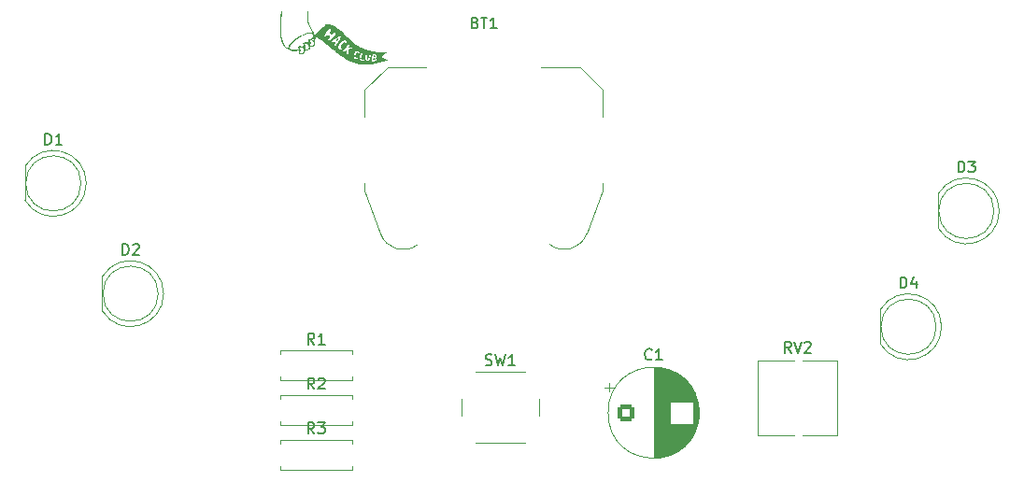
<source format=gto>
G04 #@! TF.GenerationSoftware,KiCad,Pcbnew,9.0.2*
G04 #@! TF.CreationDate,2025-06-29T23:08:07-05:00*
G04 #@! TF.ProjectId,project-solder,70726f6a-6563-4742-9d73-6f6c6465722e,rev?*
G04 #@! TF.SameCoordinates,Original*
G04 #@! TF.FileFunction,Legend,Top*
G04 #@! TF.FilePolarity,Positive*
%FSLAX46Y46*%
G04 Gerber Fmt 4.6, Leading zero omitted, Abs format (unit mm)*
G04 Created by KiCad (PCBNEW 9.0.2) date 2025-06-29 23:08:07*
%MOMM*%
%LPD*%
G01*
G04 APERTURE LIST*
G04 Aperture macros list*
%AMRoundRect*
0 Rectangle with rounded corners*
0 $1 Rounding radius*
0 $2 $3 $4 $5 $6 $7 $8 $9 X,Y pos of 4 corners*
0 Add a 4 corners polygon primitive as box body*
4,1,4,$2,$3,$4,$5,$6,$7,$8,$9,$2,$3,0*
0 Add four circle primitives for the rounded corners*
1,1,$1+$1,$2,$3*
1,1,$1+$1,$4,$5*
1,1,$1+$1,$6,$7*
1,1,$1+$1,$8,$9*
0 Add four rect primitives between the rounded corners*
20,1,$1+$1,$2,$3,$4,$5,0*
20,1,$1+$1,$4,$5,$6,$7,0*
20,1,$1+$1,$6,$7,$8,$9,0*
20,1,$1+$1,$8,$9,$2,$3,0*%
G04 Aperture macros list end*
%ADD10C,0.150000*%
%ADD11C,0.300000*%
%ADD12C,0.120000*%
%ADD13C,0.000000*%
%ADD14C,1.440000*%
%ADD15R,1.800000X1.800000*%
%ADD16C,1.800000*%
%ADD17RoundRect,0.250000X-0.550000X-0.550000X0.550000X-0.550000X0.550000X0.550000X-0.550000X0.550000X0*%
%ADD18C,1.600000*%
%ADD19R,1.270000X5.080000*%
%ADD20C,17.800000*%
%ADD21C,2.000000*%
G04 APERTURE END LIST*
D10*
X216844761Y-95364819D02*
X216511428Y-94888628D01*
X216273333Y-95364819D02*
X216273333Y-94364819D01*
X216273333Y-94364819D02*
X216654285Y-94364819D01*
X216654285Y-94364819D02*
X216749523Y-94412438D01*
X216749523Y-94412438D02*
X216797142Y-94460057D01*
X216797142Y-94460057D02*
X216844761Y-94555295D01*
X216844761Y-94555295D02*
X216844761Y-94698152D01*
X216844761Y-94698152D02*
X216797142Y-94793390D01*
X216797142Y-94793390D02*
X216749523Y-94841009D01*
X216749523Y-94841009D02*
X216654285Y-94888628D01*
X216654285Y-94888628D02*
X216273333Y-94888628D01*
X217130476Y-94364819D02*
X217463809Y-95364819D01*
X217463809Y-95364819D02*
X217797142Y-94364819D01*
X218082857Y-94460057D02*
X218130476Y-94412438D01*
X218130476Y-94412438D02*
X218225714Y-94364819D01*
X218225714Y-94364819D02*
X218463809Y-94364819D01*
X218463809Y-94364819D02*
X218559047Y-94412438D01*
X218559047Y-94412438D02*
X218606666Y-94460057D01*
X218606666Y-94460057D02*
X218654285Y-94555295D01*
X218654285Y-94555295D02*
X218654285Y-94650533D01*
X218654285Y-94650533D02*
X218606666Y-94793390D01*
X218606666Y-94793390D02*
X218035238Y-95364819D01*
X218035238Y-95364819D02*
X218654285Y-95364819D01*
X149256905Y-76494819D02*
X149256905Y-75494819D01*
X149256905Y-75494819D02*
X149495000Y-75494819D01*
X149495000Y-75494819D02*
X149637857Y-75542438D01*
X149637857Y-75542438D02*
X149733095Y-75637676D01*
X149733095Y-75637676D02*
X149780714Y-75732914D01*
X149780714Y-75732914D02*
X149828333Y-75923390D01*
X149828333Y-75923390D02*
X149828333Y-76066247D01*
X149828333Y-76066247D02*
X149780714Y-76256723D01*
X149780714Y-76256723D02*
X149733095Y-76351961D01*
X149733095Y-76351961D02*
X149637857Y-76447200D01*
X149637857Y-76447200D02*
X149495000Y-76494819D01*
X149495000Y-76494819D02*
X149256905Y-76494819D01*
X150780714Y-76494819D02*
X150209286Y-76494819D01*
X150495000Y-76494819D02*
X150495000Y-75494819D01*
X150495000Y-75494819D02*
X150399762Y-75637676D01*
X150399762Y-75637676D02*
X150304524Y-75732914D01*
X150304524Y-75732914D02*
X150209286Y-75780533D01*
X204228031Y-95901505D02*
X204180412Y-95949125D01*
X204180412Y-95949125D02*
X204037555Y-95996744D01*
X204037555Y-95996744D02*
X203942317Y-95996744D01*
X203942317Y-95996744D02*
X203799460Y-95949125D01*
X203799460Y-95949125D02*
X203704222Y-95853886D01*
X203704222Y-95853886D02*
X203656603Y-95758648D01*
X203656603Y-95758648D02*
X203608984Y-95568172D01*
X203608984Y-95568172D02*
X203608984Y-95425315D01*
X203608984Y-95425315D02*
X203656603Y-95234839D01*
X203656603Y-95234839D02*
X203704222Y-95139601D01*
X203704222Y-95139601D02*
X203799460Y-95044363D01*
X203799460Y-95044363D02*
X203942317Y-94996744D01*
X203942317Y-94996744D02*
X204037555Y-94996744D01*
X204037555Y-94996744D02*
X204180412Y-95044363D01*
X204180412Y-95044363D02*
X204228031Y-95091982D01*
X205180412Y-95996744D02*
X204608984Y-95996744D01*
X204894698Y-95996744D02*
X204894698Y-94996744D01*
X204894698Y-94996744D02*
X204799460Y-95139601D01*
X204799460Y-95139601D02*
X204704222Y-95234839D01*
X204704222Y-95234839D02*
X204608984Y-95282458D01*
X188214285Y-65431009D02*
X188357142Y-65478628D01*
X188357142Y-65478628D02*
X188404761Y-65526247D01*
X188404761Y-65526247D02*
X188452380Y-65621485D01*
X188452380Y-65621485D02*
X188452380Y-65764342D01*
X188452380Y-65764342D02*
X188404761Y-65859580D01*
X188404761Y-65859580D02*
X188357142Y-65907200D01*
X188357142Y-65907200D02*
X188261904Y-65954819D01*
X188261904Y-65954819D02*
X187880952Y-65954819D01*
X187880952Y-65954819D02*
X187880952Y-64954819D01*
X187880952Y-64954819D02*
X188214285Y-64954819D01*
X188214285Y-64954819D02*
X188309523Y-65002438D01*
X188309523Y-65002438D02*
X188357142Y-65050057D01*
X188357142Y-65050057D02*
X188404761Y-65145295D01*
X188404761Y-65145295D02*
X188404761Y-65240533D01*
X188404761Y-65240533D02*
X188357142Y-65335771D01*
X188357142Y-65335771D02*
X188309523Y-65383390D01*
X188309523Y-65383390D02*
X188214285Y-65431009D01*
X188214285Y-65431009D02*
X187880952Y-65431009D01*
X188738095Y-64954819D02*
X189309523Y-64954819D01*
X189023809Y-65954819D02*
X189023809Y-64954819D01*
X190166666Y-65954819D02*
X189595238Y-65954819D01*
X189880952Y-65954819D02*
X189880952Y-64954819D01*
X189880952Y-64954819D02*
X189785714Y-65097676D01*
X189785714Y-65097676D02*
X189690476Y-65192914D01*
X189690476Y-65192914D02*
X189595238Y-65240533D01*
X189166667Y-96449125D02*
X189309524Y-96496744D01*
X189309524Y-96496744D02*
X189547619Y-96496744D01*
X189547619Y-96496744D02*
X189642857Y-96449125D01*
X189642857Y-96449125D02*
X189690476Y-96401505D01*
X189690476Y-96401505D02*
X189738095Y-96306267D01*
X189738095Y-96306267D02*
X189738095Y-96211029D01*
X189738095Y-96211029D02*
X189690476Y-96115791D01*
X189690476Y-96115791D02*
X189642857Y-96068172D01*
X189642857Y-96068172D02*
X189547619Y-96020553D01*
X189547619Y-96020553D02*
X189357143Y-95972934D01*
X189357143Y-95972934D02*
X189261905Y-95925315D01*
X189261905Y-95925315D02*
X189214286Y-95877696D01*
X189214286Y-95877696D02*
X189166667Y-95782458D01*
X189166667Y-95782458D02*
X189166667Y-95687220D01*
X189166667Y-95687220D02*
X189214286Y-95591982D01*
X189214286Y-95591982D02*
X189261905Y-95544363D01*
X189261905Y-95544363D02*
X189357143Y-95496744D01*
X189357143Y-95496744D02*
X189595238Y-95496744D01*
X189595238Y-95496744D02*
X189738095Y-95544363D01*
X190071429Y-95496744D02*
X190309524Y-96496744D01*
X190309524Y-96496744D02*
X190500000Y-95782458D01*
X190500000Y-95782458D02*
X190690476Y-96496744D01*
X190690476Y-96496744D02*
X190928572Y-95496744D01*
X191833333Y-96496744D02*
X191261905Y-96496744D01*
X191547619Y-96496744D02*
X191547619Y-95496744D01*
X191547619Y-95496744D02*
X191452381Y-95639601D01*
X191452381Y-95639601D02*
X191357143Y-95734839D01*
X191357143Y-95734839D02*
X191261905Y-95782458D01*
X173643333Y-98634819D02*
X173310000Y-98158628D01*
X173071905Y-98634819D02*
X173071905Y-97634819D01*
X173071905Y-97634819D02*
X173452857Y-97634819D01*
X173452857Y-97634819D02*
X173548095Y-97682438D01*
X173548095Y-97682438D02*
X173595714Y-97730057D01*
X173595714Y-97730057D02*
X173643333Y-97825295D01*
X173643333Y-97825295D02*
X173643333Y-97968152D01*
X173643333Y-97968152D02*
X173595714Y-98063390D01*
X173595714Y-98063390D02*
X173548095Y-98111009D01*
X173548095Y-98111009D02*
X173452857Y-98158628D01*
X173452857Y-98158628D02*
X173071905Y-98158628D01*
X174024286Y-97730057D02*
X174071905Y-97682438D01*
X174071905Y-97682438D02*
X174167143Y-97634819D01*
X174167143Y-97634819D02*
X174405238Y-97634819D01*
X174405238Y-97634819D02*
X174500476Y-97682438D01*
X174500476Y-97682438D02*
X174548095Y-97730057D01*
X174548095Y-97730057D02*
X174595714Y-97825295D01*
X174595714Y-97825295D02*
X174595714Y-97920533D01*
X174595714Y-97920533D02*
X174548095Y-98063390D01*
X174548095Y-98063390D02*
X173976667Y-98634819D01*
X173976667Y-98634819D02*
X174595714Y-98634819D01*
X231991905Y-78994819D02*
X231991905Y-77994819D01*
X231991905Y-77994819D02*
X232230000Y-77994819D01*
X232230000Y-77994819D02*
X232372857Y-78042438D01*
X232372857Y-78042438D02*
X232468095Y-78137676D01*
X232468095Y-78137676D02*
X232515714Y-78232914D01*
X232515714Y-78232914D02*
X232563333Y-78423390D01*
X232563333Y-78423390D02*
X232563333Y-78566247D01*
X232563333Y-78566247D02*
X232515714Y-78756723D01*
X232515714Y-78756723D02*
X232468095Y-78851961D01*
X232468095Y-78851961D02*
X232372857Y-78947200D01*
X232372857Y-78947200D02*
X232230000Y-78994819D01*
X232230000Y-78994819D02*
X231991905Y-78994819D01*
X232896667Y-77994819D02*
X233515714Y-77994819D01*
X233515714Y-77994819D02*
X233182381Y-78375771D01*
X233182381Y-78375771D02*
X233325238Y-78375771D01*
X233325238Y-78375771D02*
X233420476Y-78423390D01*
X233420476Y-78423390D02*
X233468095Y-78471009D01*
X233468095Y-78471009D02*
X233515714Y-78566247D01*
X233515714Y-78566247D02*
X233515714Y-78804342D01*
X233515714Y-78804342D02*
X233468095Y-78899580D01*
X233468095Y-78899580D02*
X233420476Y-78947200D01*
X233420476Y-78947200D02*
X233325238Y-78994819D01*
X233325238Y-78994819D02*
X233039524Y-78994819D01*
X233039524Y-78994819D02*
X232944286Y-78947200D01*
X232944286Y-78947200D02*
X232896667Y-78899580D01*
X156256905Y-86494819D02*
X156256905Y-85494819D01*
X156256905Y-85494819D02*
X156495000Y-85494819D01*
X156495000Y-85494819D02*
X156637857Y-85542438D01*
X156637857Y-85542438D02*
X156733095Y-85637676D01*
X156733095Y-85637676D02*
X156780714Y-85732914D01*
X156780714Y-85732914D02*
X156828333Y-85923390D01*
X156828333Y-85923390D02*
X156828333Y-86066247D01*
X156828333Y-86066247D02*
X156780714Y-86256723D01*
X156780714Y-86256723D02*
X156733095Y-86351961D01*
X156733095Y-86351961D02*
X156637857Y-86447200D01*
X156637857Y-86447200D02*
X156495000Y-86494819D01*
X156495000Y-86494819D02*
X156256905Y-86494819D01*
X157209286Y-85590057D02*
X157256905Y-85542438D01*
X157256905Y-85542438D02*
X157352143Y-85494819D01*
X157352143Y-85494819D02*
X157590238Y-85494819D01*
X157590238Y-85494819D02*
X157685476Y-85542438D01*
X157685476Y-85542438D02*
X157733095Y-85590057D01*
X157733095Y-85590057D02*
X157780714Y-85685295D01*
X157780714Y-85685295D02*
X157780714Y-85780533D01*
X157780714Y-85780533D02*
X157733095Y-85923390D01*
X157733095Y-85923390D02*
X157161667Y-86494819D01*
X157161667Y-86494819D02*
X157780714Y-86494819D01*
D11*
D10*
X173643333Y-102684819D02*
X173310000Y-102208628D01*
X173071905Y-102684819D02*
X173071905Y-101684819D01*
X173071905Y-101684819D02*
X173452857Y-101684819D01*
X173452857Y-101684819D02*
X173548095Y-101732438D01*
X173548095Y-101732438D02*
X173595714Y-101780057D01*
X173595714Y-101780057D02*
X173643333Y-101875295D01*
X173643333Y-101875295D02*
X173643333Y-102018152D01*
X173643333Y-102018152D02*
X173595714Y-102113390D01*
X173595714Y-102113390D02*
X173548095Y-102161009D01*
X173548095Y-102161009D02*
X173452857Y-102208628D01*
X173452857Y-102208628D02*
X173071905Y-102208628D01*
X173976667Y-101684819D02*
X174595714Y-101684819D01*
X174595714Y-101684819D02*
X174262381Y-102065771D01*
X174262381Y-102065771D02*
X174405238Y-102065771D01*
X174405238Y-102065771D02*
X174500476Y-102113390D01*
X174500476Y-102113390D02*
X174548095Y-102161009D01*
X174548095Y-102161009D02*
X174595714Y-102256247D01*
X174595714Y-102256247D02*
X174595714Y-102494342D01*
X174595714Y-102494342D02*
X174548095Y-102589580D01*
X174548095Y-102589580D02*
X174500476Y-102637200D01*
X174500476Y-102637200D02*
X174405238Y-102684819D01*
X174405238Y-102684819D02*
X174119524Y-102684819D01*
X174119524Y-102684819D02*
X174024286Y-102637200D01*
X174024286Y-102637200D02*
X173976667Y-102589580D01*
X173643333Y-94584819D02*
X173310000Y-94108628D01*
X173071905Y-94584819D02*
X173071905Y-93584819D01*
X173071905Y-93584819D02*
X173452857Y-93584819D01*
X173452857Y-93584819D02*
X173548095Y-93632438D01*
X173548095Y-93632438D02*
X173595714Y-93680057D01*
X173595714Y-93680057D02*
X173643333Y-93775295D01*
X173643333Y-93775295D02*
X173643333Y-93918152D01*
X173643333Y-93918152D02*
X173595714Y-94013390D01*
X173595714Y-94013390D02*
X173548095Y-94061009D01*
X173548095Y-94061009D02*
X173452857Y-94108628D01*
X173452857Y-94108628D02*
X173071905Y-94108628D01*
X174595714Y-94584819D02*
X174024286Y-94584819D01*
X174310000Y-94584819D02*
X174310000Y-93584819D01*
X174310000Y-93584819D02*
X174214762Y-93727676D01*
X174214762Y-93727676D02*
X174119524Y-93822914D01*
X174119524Y-93822914D02*
X174024286Y-93870533D01*
X226756905Y-89494819D02*
X226756905Y-88494819D01*
X226756905Y-88494819D02*
X226995000Y-88494819D01*
X226995000Y-88494819D02*
X227137857Y-88542438D01*
X227137857Y-88542438D02*
X227233095Y-88637676D01*
X227233095Y-88637676D02*
X227280714Y-88732914D01*
X227280714Y-88732914D02*
X227328333Y-88923390D01*
X227328333Y-88923390D02*
X227328333Y-89066247D01*
X227328333Y-89066247D02*
X227280714Y-89256723D01*
X227280714Y-89256723D02*
X227233095Y-89351961D01*
X227233095Y-89351961D02*
X227137857Y-89447200D01*
X227137857Y-89447200D02*
X226995000Y-89494819D01*
X226995000Y-89494819D02*
X226756905Y-89494819D01*
X228185476Y-88828152D02*
X228185476Y-89494819D01*
X227947381Y-88447200D02*
X227709286Y-89161485D01*
X227709286Y-89161485D02*
X228328333Y-89161485D01*
D12*
G04 #@! TO.C,RV2*
X213830000Y-96050000D02*
X213830000Y-102870000D01*
X213830000Y-96050000D02*
X217118000Y-96050000D01*
X213830000Y-102870000D02*
X217118000Y-102870000D01*
X217882000Y-96050000D02*
X221050000Y-96050000D01*
X217882000Y-102870000D02*
X221050000Y-102870000D01*
X221050000Y-96050000D02*
X221050000Y-102870000D01*
G04 #@! TO.C,D1*
X147435000Y-78455000D02*
X147435000Y-81545000D01*
X147435000Y-78455170D02*
G75*
G02*
X152985000Y-80000000I2560000J-1544830D01*
G01*
X152985000Y-80000000D02*
G75*
G02*
X147435000Y-81544830I-2990000J0D01*
G01*
X152495000Y-80000000D02*
G75*
G02*
X147495000Y-80000000I-2500000J0D01*
G01*
X147495000Y-80000000D02*
G75*
G02*
X152495000Y-80000000I2500000J0D01*
G01*
G04 #@! TO.C,C1*
X199985000Y-98476925D02*
X200785000Y-98476925D01*
X200385000Y-98076925D02*
X200385000Y-98876925D01*
X204394698Y-96711925D02*
X204394698Y-104871925D01*
X204434698Y-96711925D02*
X204434698Y-104871925D01*
X204474698Y-96712925D02*
X204474698Y-104870925D01*
X204514698Y-96713925D02*
X204514698Y-104869925D01*
X204554698Y-96714925D02*
X204554698Y-104868925D01*
X204594698Y-96716925D02*
X204594698Y-104866925D01*
X204634698Y-96718925D02*
X204634698Y-104864925D01*
X204674698Y-96721925D02*
X204674698Y-104861925D01*
X204714698Y-96723925D02*
X204714698Y-104859925D01*
X204754698Y-96727925D02*
X204754698Y-104855925D01*
X204794698Y-96730925D02*
X204794698Y-104852925D01*
X204834698Y-96735925D02*
X204834698Y-104847925D01*
X204874698Y-96739925D02*
X204874698Y-104843925D01*
X204914698Y-96744925D02*
X204914698Y-104838925D01*
X204954698Y-96749925D02*
X204954698Y-104833925D01*
X204994698Y-96755925D02*
X204994698Y-104827925D01*
X205034698Y-96761925D02*
X205034698Y-104821925D01*
X205074698Y-96768925D02*
X205074698Y-104814925D01*
X205114698Y-96774925D02*
X205114698Y-104808925D01*
X205154698Y-96782925D02*
X205154698Y-104800925D01*
X205194698Y-96789925D02*
X205194698Y-104793925D01*
X205234698Y-96798925D02*
X205234698Y-104784925D01*
X205274698Y-96806925D02*
X205274698Y-104776925D01*
X205314698Y-96815925D02*
X205314698Y-104767925D01*
X205354698Y-96824925D02*
X205354698Y-104758925D01*
X205394698Y-96834925D02*
X205394698Y-104748925D01*
X205434698Y-96844925D02*
X205434698Y-104738925D01*
X205474698Y-96855925D02*
X205474698Y-104727925D01*
X205514698Y-96866925D02*
X205514698Y-104716925D01*
X205554698Y-96878925D02*
X205554698Y-104704925D01*
X205594698Y-96890925D02*
X205594698Y-104692925D01*
X205634698Y-96902925D02*
X205634698Y-104680925D01*
X205674698Y-96915925D02*
X205674698Y-104667925D01*
X205714698Y-96928925D02*
X205714698Y-104654925D01*
X205754698Y-96942925D02*
X205754698Y-104640925D01*
X205794698Y-96956925D02*
X205794698Y-104626925D01*
X205834698Y-96971925D02*
X205834698Y-104611925D01*
X205874698Y-96986925D02*
X205874698Y-99751925D01*
X205874698Y-101831925D02*
X205874698Y-104596925D01*
X205914698Y-97002925D02*
X205914698Y-99751925D01*
X205914698Y-101831925D02*
X205914698Y-104580925D01*
X205954698Y-97018925D02*
X205954698Y-99751925D01*
X205954698Y-101831925D02*
X205954698Y-104564925D01*
X205994698Y-97034925D02*
X205994698Y-99751925D01*
X205994698Y-101831925D02*
X205994698Y-104548925D01*
X206034698Y-97051925D02*
X206034698Y-99751925D01*
X206034698Y-101831925D02*
X206034698Y-104531925D01*
X206074698Y-97069925D02*
X206074698Y-99751925D01*
X206074698Y-101831925D02*
X206074698Y-104513925D01*
X206114698Y-97087925D02*
X206114698Y-99751925D01*
X206114698Y-101831925D02*
X206114698Y-104495925D01*
X206154698Y-97106925D02*
X206154698Y-99751925D01*
X206154698Y-101831925D02*
X206154698Y-104476925D01*
X206194698Y-97125925D02*
X206194698Y-99751925D01*
X206194698Y-101831925D02*
X206194698Y-104457925D01*
X206234698Y-97145925D02*
X206234698Y-99751925D01*
X206234698Y-101831925D02*
X206234698Y-104437925D01*
X206274698Y-97165925D02*
X206274698Y-99751925D01*
X206274698Y-101831925D02*
X206274698Y-104417925D01*
X206314698Y-97186925D02*
X206314698Y-99751925D01*
X206314698Y-101831925D02*
X206314698Y-104396925D01*
X206354698Y-97207925D02*
X206354698Y-99751925D01*
X206354698Y-101831925D02*
X206354698Y-104375925D01*
X206394698Y-97229925D02*
X206394698Y-99751925D01*
X206394698Y-101831925D02*
X206394698Y-104353925D01*
X206434698Y-97252925D02*
X206434698Y-99751925D01*
X206434698Y-101831925D02*
X206434698Y-104330925D01*
X206474698Y-97275925D02*
X206474698Y-99751925D01*
X206474698Y-101831925D02*
X206474698Y-104307925D01*
X206514698Y-97298925D02*
X206514698Y-99751925D01*
X206514698Y-101831925D02*
X206514698Y-104284925D01*
X206554698Y-97323925D02*
X206554698Y-99751925D01*
X206554698Y-101831925D02*
X206554698Y-104259925D01*
X206594698Y-97348925D02*
X206594698Y-99751925D01*
X206594698Y-101831925D02*
X206594698Y-104234925D01*
X206634698Y-97373925D02*
X206634698Y-99751925D01*
X206634698Y-101831925D02*
X206634698Y-104209925D01*
X206674698Y-97399925D02*
X206674698Y-99751925D01*
X206674698Y-101831925D02*
X206674698Y-104183925D01*
X206714698Y-97426925D02*
X206714698Y-99751925D01*
X206714698Y-101831925D02*
X206714698Y-104156925D01*
X206754698Y-97454925D02*
X206754698Y-99751925D01*
X206754698Y-101831925D02*
X206754698Y-104128925D01*
X206794698Y-97482925D02*
X206794698Y-99751925D01*
X206794698Y-101831925D02*
X206794698Y-104100925D01*
X206834698Y-97511925D02*
X206834698Y-99751925D01*
X206834698Y-101831925D02*
X206834698Y-104071925D01*
X206874698Y-97541925D02*
X206874698Y-99751925D01*
X206874698Y-101831925D02*
X206874698Y-104041925D01*
X206914698Y-97572925D02*
X206914698Y-99751925D01*
X206914698Y-101831925D02*
X206914698Y-104010925D01*
X206954698Y-97603925D02*
X206954698Y-99751925D01*
X206954698Y-101831925D02*
X206954698Y-103979925D01*
X206994698Y-97635925D02*
X206994698Y-99751925D01*
X206994698Y-101831925D02*
X206994698Y-103947925D01*
X207034698Y-97668925D02*
X207034698Y-99751925D01*
X207034698Y-101831925D02*
X207034698Y-103914925D01*
X207074698Y-97702925D02*
X207074698Y-99751925D01*
X207074698Y-101831925D02*
X207074698Y-103880925D01*
X207114698Y-97736925D02*
X207114698Y-99751925D01*
X207114698Y-101831925D02*
X207114698Y-103846925D01*
X207154698Y-97772925D02*
X207154698Y-99751925D01*
X207154698Y-101831925D02*
X207154698Y-103810925D01*
X207194698Y-97809925D02*
X207194698Y-99751925D01*
X207194698Y-101831925D02*
X207194698Y-103773925D01*
X207234698Y-97846925D02*
X207234698Y-99751925D01*
X207234698Y-101831925D02*
X207234698Y-103736925D01*
X207274698Y-97885925D02*
X207274698Y-99751925D01*
X207274698Y-101831925D02*
X207274698Y-103697925D01*
X207314698Y-97924925D02*
X207314698Y-99751925D01*
X207314698Y-101831925D02*
X207314698Y-103658925D01*
X207354698Y-97965925D02*
X207354698Y-99751925D01*
X207354698Y-101831925D02*
X207354698Y-103617925D01*
X207394698Y-98007925D02*
X207394698Y-99751925D01*
X207394698Y-101831925D02*
X207394698Y-103575925D01*
X207434698Y-98050925D02*
X207434698Y-99751925D01*
X207434698Y-101831925D02*
X207434698Y-103532925D01*
X207474698Y-98095925D02*
X207474698Y-99751925D01*
X207474698Y-101831925D02*
X207474698Y-103487925D01*
X207514698Y-98140925D02*
X207514698Y-99751925D01*
X207514698Y-101831925D02*
X207514698Y-103442925D01*
X207554698Y-98187925D02*
X207554698Y-99751925D01*
X207554698Y-101831925D02*
X207554698Y-103395925D01*
X207594698Y-98236925D02*
X207594698Y-99751925D01*
X207594698Y-101831925D02*
X207594698Y-103346925D01*
X207634698Y-98286925D02*
X207634698Y-99751925D01*
X207634698Y-101831925D02*
X207634698Y-103296925D01*
X207674698Y-98338925D02*
X207674698Y-99751925D01*
X207674698Y-101831925D02*
X207674698Y-103244925D01*
X207714698Y-98391925D02*
X207714698Y-99751925D01*
X207714698Y-101831925D02*
X207714698Y-103191925D01*
X207754698Y-98447925D02*
X207754698Y-99751925D01*
X207754698Y-101831925D02*
X207754698Y-103135925D01*
X207794698Y-98504925D02*
X207794698Y-99751925D01*
X207794698Y-101831925D02*
X207794698Y-103078925D01*
X207834698Y-98564925D02*
X207834698Y-99751925D01*
X207834698Y-101831925D02*
X207834698Y-103018925D01*
X207874698Y-98626925D02*
X207874698Y-99751925D01*
X207874698Y-101831925D02*
X207874698Y-102956925D01*
X207914698Y-98690925D02*
X207914698Y-99751925D01*
X207914698Y-101831925D02*
X207914698Y-102892925D01*
X207954698Y-98757925D02*
X207954698Y-102825925D01*
X207994698Y-98827925D02*
X207994698Y-102755925D01*
X208034698Y-98901925D02*
X208034698Y-102681925D01*
X208074698Y-98978925D02*
X208074698Y-102604925D01*
X208114698Y-99060925D02*
X208114698Y-102522925D01*
X208154698Y-99147925D02*
X208154698Y-102435925D01*
X208194698Y-99239925D02*
X208194698Y-102343925D01*
X208234698Y-99338925D02*
X208234698Y-102244925D01*
X208274698Y-99445925D02*
X208274698Y-102137925D01*
X208314698Y-99563925D02*
X208314698Y-102019925D01*
X208354698Y-99694925D02*
X208354698Y-101888925D01*
X208394698Y-99844925D02*
X208394698Y-101738925D01*
X208434698Y-100023925D02*
X208434698Y-101559925D01*
X208474698Y-100258925D02*
X208474698Y-101324925D01*
X208514698Y-100791925D02*
G75*
G02*
X200274698Y-100791925I-4120000J0D01*
G01*
X200274698Y-100791925D02*
G75*
G02*
X208514698Y-100791925I4120000J0D01*
G01*
G04 #@! TO.C,BT1*
X178220000Y-71540000D02*
X178220000Y-74000000D01*
X178220000Y-80000000D02*
X178220000Y-80630000D01*
X178220000Y-80630000D02*
X179660000Y-84580000D01*
X180300000Y-69460000D02*
X178220000Y-71540000D01*
X183800000Y-69460000D02*
X180300000Y-69460000D01*
X197700000Y-69460000D02*
X194200000Y-69460000D01*
X197700000Y-69460000D02*
X199780000Y-71540000D01*
X199780000Y-71540000D02*
X199780000Y-74000000D01*
X199780000Y-80000000D02*
X199780000Y-80630000D01*
X199780000Y-80630000D02*
X198340000Y-84580000D01*
X182996646Y-85566530D02*
G75*
G02*
X179660000Y-84580000I-1306646J1716531D01*
G01*
X198325243Y-84588169D02*
G75*
G02*
X195000000Y-85550000I-2015243J738169D01*
G01*
G04 #@! TO.C,SW1*
X187000000Y-99541925D02*
X187000000Y-101041925D01*
X188250000Y-103541925D02*
X192750000Y-103541925D01*
X192750000Y-97041925D02*
X188250000Y-97041925D01*
X194000000Y-101041925D02*
X194000000Y-99541925D01*
G04 #@! TO.C,R2*
X170540000Y-99180000D02*
X177080000Y-99180000D01*
X170540000Y-99510000D02*
X170540000Y-99180000D01*
X170540000Y-101590000D02*
X170540000Y-101920000D01*
X170540000Y-101920000D02*
X177080000Y-101920000D01*
X177080000Y-99180000D02*
X177080000Y-99510000D01*
X177080000Y-101920000D02*
X177080000Y-101590000D01*
G04 #@! TO.C,D3*
X230170000Y-80955000D02*
X230170000Y-84045000D01*
X230170000Y-80955170D02*
G75*
G02*
X235720000Y-82500000I2560000J-1544830D01*
G01*
X235720000Y-82500000D02*
G75*
G02*
X230170000Y-84044830I-2990000J0D01*
G01*
X235230000Y-82500000D02*
G75*
G02*
X230230000Y-82500000I-2500000J0D01*
G01*
X230230000Y-82500000D02*
G75*
G02*
X235230000Y-82500000I2500000J0D01*
G01*
G04 #@! TO.C,D2*
X154435000Y-88455000D02*
X154435000Y-91545000D01*
X154435000Y-88455170D02*
G75*
G02*
X159985000Y-90000000I2560000J-1544830D01*
G01*
X159985000Y-90000000D02*
G75*
G02*
X154435000Y-91544830I-2990000J0D01*
G01*
X159495000Y-90000000D02*
G75*
G02*
X154495000Y-90000000I-2500000J0D01*
G01*
X154495000Y-90000000D02*
G75*
G02*
X159495000Y-90000000I2500000J0D01*
G01*
D13*
G04 #@! TO.C,  *
G36*
X179086452Y-68672029D02*
G01*
X179145640Y-68702425D01*
X179166844Y-68744435D01*
X179153610Y-68787961D01*
X179109485Y-68822906D01*
X179038016Y-68839173D01*
X179027665Y-68839391D01*
X178971095Y-68836619D01*
X178949113Y-68820897D01*
X178949477Y-68781110D01*
X178951072Y-68769849D01*
X178973613Y-68698054D01*
X179017202Y-68666682D01*
X179086452Y-68672029D01*
G37*
G36*
X179064608Y-68403869D02*
G01*
X179079197Y-68406985D01*
X179136435Y-68425619D01*
X179170943Y-68448165D01*
X179171739Y-68449318D01*
X179171593Y-68485848D01*
X179140539Y-68524431D01*
X179092074Y-68552145D01*
X179057992Y-68558210D01*
X179020998Y-68551569D01*
X179005655Y-68522675D01*
X179003044Y-68474337D01*
X179005583Y-68419209D01*
X179021802Y-68399525D01*
X179064608Y-68403869D01*
G37*
G36*
X175861657Y-66843598D02*
G01*
X175862806Y-66852727D01*
X175850936Y-66893362D01*
X175822300Y-66952129D01*
X175786354Y-67012730D01*
X175752555Y-67058866D01*
X175734317Y-67074167D01*
X175700568Y-67067455D01*
X175649396Y-67041066D01*
X175643400Y-67037201D01*
X175575914Y-66992720D01*
X175666831Y-66935616D01*
X175757668Y-66879804D01*
X175816158Y-66847665D01*
X175848691Y-66836498D01*
X175861657Y-66843598D01*
G37*
G36*
X173064287Y-64437391D02*
G01*
X173076008Y-64451120D01*
X173084689Y-64481759D01*
X173091183Y-64535654D01*
X173096342Y-64619151D01*
X173101019Y-64738596D01*
X173104558Y-64850138D01*
X173112511Y-65047664D01*
X173124927Y-65209268D01*
X173144598Y-65345858D01*
X173174315Y-65468347D01*
X173216868Y-65587644D01*
X173275049Y-65714659D01*
X173351648Y-65860304D01*
X173372787Y-65898708D01*
X173459077Y-66057917D01*
X173526909Y-66191875D01*
X173583000Y-66314859D01*
X173634072Y-66441143D01*
X173657306Y-66503120D01*
X173667515Y-66509828D01*
X173690247Y-66500957D01*
X173728656Y-66473787D01*
X173785893Y-66425600D01*
X173865110Y-66353676D01*
X173969461Y-66255293D01*
X174102097Y-66127734D01*
X174180114Y-66052059D01*
X174323979Y-65912359D01*
X174438508Y-65801901D01*
X174527954Y-65717251D01*
X174596575Y-65654975D01*
X174648625Y-65611640D01*
X174688360Y-65583811D01*
X174720036Y-65568055D01*
X174747908Y-65560938D01*
X174776231Y-65559025D01*
X174791226Y-65558948D01*
X174927561Y-65572184D01*
X175089941Y-65609558D01*
X175266563Y-65667573D01*
X175445625Y-65742729D01*
X175500000Y-65769069D01*
X175618511Y-65831291D01*
X175731522Y-65897348D01*
X175842986Y-65970631D01*
X175956859Y-66054536D01*
X176077095Y-66152455D01*
X176207649Y-66267782D01*
X176352476Y-66403910D01*
X176515530Y-66564233D01*
X176700766Y-66752144D01*
X176912139Y-66971037D01*
X176964483Y-67025720D01*
X177179512Y-67236312D01*
X177391102Y-67412115D01*
X177611729Y-67562417D01*
X177853872Y-67696507D01*
X177889030Y-67713942D01*
X178247031Y-67867829D01*
X178616113Y-67983209D01*
X179001471Y-68061126D01*
X179408295Y-68102627D01*
X179841777Y-68108759D01*
X179848009Y-68108600D01*
X179976877Y-68106334D01*
X180086639Y-68106491D01*
X180169967Y-68108887D01*
X180219535Y-68113339D01*
X180230032Y-68118149D01*
X180208121Y-68139439D01*
X180156671Y-68183884D01*
X180082824Y-68245467D01*
X179993716Y-68318170D01*
X179970795Y-68336651D01*
X179723800Y-68535347D01*
X179943357Y-68637843D01*
X180047259Y-68685893D01*
X180145880Y-68730710D01*
X180224736Y-68765749D01*
X180254933Y-68778687D01*
X180309526Y-68807518D01*
X180328304Y-68831623D01*
X180325228Y-68837770D01*
X180284389Y-68859865D01*
X180204092Y-68888992D01*
X180090938Y-68923556D01*
X179951530Y-68961962D01*
X179792473Y-69002617D01*
X179620369Y-69043926D01*
X179441822Y-69084294D01*
X179263434Y-69122128D01*
X179091809Y-69155833D01*
X178933551Y-69183814D01*
X178820642Y-69201056D01*
X178690047Y-69214890D01*
X178530486Y-69225185D01*
X178353806Y-69231808D01*
X178171855Y-69234624D01*
X177996479Y-69233497D01*
X177839526Y-69228291D01*
X177712843Y-69218874D01*
X177674816Y-69214120D01*
X177467886Y-69169042D01*
X177238653Y-69090580D01*
X176983647Y-68977507D01*
X176931075Y-68951548D01*
X176743080Y-68854892D01*
X176582747Y-68766985D01*
X177725053Y-68766985D01*
X177731345Y-68795446D01*
X177732143Y-68796313D01*
X177770603Y-68816838D01*
X177839839Y-68839967D01*
X177924237Y-68861642D01*
X178008188Y-68877799D01*
X178070250Y-68884261D01*
X178122950Y-68876664D01*
X178149983Y-68859268D01*
X178148138Y-68825543D01*
X178107496Y-68793205D01*
X178035960Y-68767498D01*
X178000847Y-68760311D01*
X177931798Y-68746786D01*
X177894544Y-68730160D01*
X178277884Y-68730160D01*
X178287149Y-68770504D01*
X178308514Y-68803072D01*
X178341783Y-68837823D01*
X178423092Y-68896551D01*
X178501991Y-68909093D01*
X178576386Y-68875431D01*
X178583821Y-68868103D01*
X178845022Y-68868103D01*
X178851540Y-68896935D01*
X178864780Y-68911619D01*
X178921422Y-68928435D01*
X179002792Y-68931775D01*
X179089000Y-68922486D01*
X179160152Y-68901412D01*
X179165390Y-68898837D01*
X179216894Y-68863117D01*
X179246238Y-68826625D01*
X179259443Y-68761638D01*
X179257212Y-68692724D01*
X179240738Y-68642265D01*
X179236119Y-68636636D01*
X179227855Y-68602286D01*
X179252189Y-68543202D01*
X179258742Y-68531801D01*
X179291937Y-68447251D01*
X179282087Y-68380063D01*
X179229434Y-68331299D01*
X179211310Y-68322807D01*
X179155415Y-68310321D01*
X179080101Y-68305911D01*
X179003074Y-68309087D01*
X178942042Y-68319365D01*
X178917951Y-68330880D01*
X178910119Y-68357717D01*
X178898112Y-68421422D01*
X178883588Y-68512364D01*
X178868714Y-68617101D01*
X178853500Y-68736264D01*
X178845639Y-68817239D01*
X178845022Y-68868103D01*
X178583821Y-68868103D01*
X178612213Y-68840118D01*
X178671491Y-68744523D01*
X178718608Y-68620336D01*
X178747696Y-68485404D01*
X178754005Y-68408845D01*
X178753525Y-68337584D01*
X178744724Y-68301591D01*
X178723523Y-68289466D01*
X178711024Y-68288745D01*
X178672917Y-68305282D01*
X178646978Y-68359881D01*
X178644030Y-68370756D01*
X178601425Y-68528026D01*
X178564094Y-68643438D01*
X178529687Y-68721374D01*
X178495857Y-68766217D01*
X178460258Y-68782348D01*
X178426608Y-68776664D01*
X178410334Y-68763683D01*
X178400640Y-68735661D01*
X178397594Y-68686487D01*
X178401264Y-68610047D01*
X178411719Y-68500228D01*
X178429027Y-68350918D01*
X178431606Y-68329750D01*
X178438780Y-68258256D01*
X178435536Y-68221590D01*
X178418732Y-68208286D01*
X178397902Y-68206734D01*
X178361242Y-68222412D01*
X178332117Y-68271884D01*
X178309396Y-68358804D01*
X178291950Y-68486828D01*
X178284334Y-68574216D01*
X178277888Y-68669059D01*
X178277884Y-68730160D01*
X177894544Y-68730160D01*
X177890564Y-68728384D01*
X177874493Y-68696281D01*
X177880932Y-68641658D01*
X177907230Y-68555691D01*
X177924341Y-68505859D01*
X177965868Y-68372180D01*
X177992002Y-68257885D01*
X178001881Y-68169393D01*
X177994640Y-68113122D01*
X177979399Y-68096503D01*
X177951157Y-68101468D01*
X177920361Y-68138175D01*
X177885331Y-68210113D01*
X177844385Y-68320774D01*
X177795843Y-68473649D01*
X177792622Y-68484343D01*
X177754780Y-68616136D01*
X177732561Y-68708783D01*
X177725053Y-68766985D01*
X176582747Y-68766985D01*
X176571074Y-68760585D01*
X176408682Y-68664182D01*
X176249529Y-68561240D01*
X176128747Y-68476453D01*
X177221830Y-68476453D01*
X177233712Y-68584083D01*
X177274926Y-68667946D01*
X177344676Y-68721153D01*
X177347756Y-68722429D01*
X177429155Y-68742111D01*
X177502594Y-68737440D01*
X177550029Y-68710814D01*
X177568440Y-68661813D01*
X177549653Y-68621001D01*
X177504148Y-68605073D01*
X177453433Y-68589162D01*
X177406768Y-68555292D01*
X177376852Y-68516861D01*
X177365755Y-68470818D01*
X177369614Y-68399202D01*
X177370867Y-68388306D01*
X177399114Y-68265353D01*
X177453517Y-68174968D01*
X177516327Y-68121783D01*
X177559733Y-68097743D01*
X177591186Y-68102051D01*
X177631424Y-68135628D01*
X177683045Y-68169064D01*
X177719392Y-68166275D01*
X177737020Y-68136382D01*
X177732482Y-68088506D01*
X177702331Y-68031768D01*
X177680216Y-68006499D01*
X177607353Y-67960101D01*
X177529314Y-67957879D01*
X177449580Y-67997955D01*
X177371637Y-68078449D01*
X177298967Y-68197480D01*
X177289257Y-68217442D01*
X177240079Y-68351944D01*
X177221830Y-68476453D01*
X176128747Y-68476453D01*
X176087240Y-68447316D01*
X175915441Y-68317964D01*
X175727757Y-68168742D01*
X175540132Y-68013654D01*
X176191236Y-68013654D01*
X176209074Y-68047635D01*
X176256486Y-68057322D01*
X176324324Y-68044812D01*
X176403435Y-68012202D01*
X176484669Y-67961589D01*
X176511666Y-67940215D01*
X176566486Y-67902372D01*
X176598493Y-67899137D01*
X176601630Y-67902670D01*
X176604281Y-67936285D01*
X176597098Y-68002230D01*
X176581621Y-68087369D01*
X176578088Y-68103652D01*
X176558806Y-68199183D01*
X176552336Y-68260424D01*
X176558175Y-68298016D01*
X176568084Y-68314515D01*
X176615950Y-68341998D01*
X176670461Y-68331876D01*
X176716438Y-68288017D01*
X176723578Y-68274904D01*
X176740563Y-68220626D01*
X176756665Y-68137968D01*
X176767844Y-68049924D01*
X176783112Y-67885649D01*
X176922055Y-67821873D01*
X177018626Y-67770443D01*
X177070058Y-67725022D01*
X177077502Y-67684325D01*
X177063664Y-67663885D01*
X177028416Y-67656982D01*
X176960427Y-67665418D01*
X176870413Y-67686995D01*
X176769093Y-67719519D01*
X176740689Y-67730083D01*
X176725622Y-67726906D01*
X176734556Y-67694130D01*
X176768758Y-67627560D01*
X176774968Y-67616486D01*
X176828901Y-67501373D01*
X176845249Y-67413389D01*
X176824110Y-67351801D01*
X176811737Y-67339395D01*
X176774787Y-67326625D01*
X176733010Y-67349303D01*
X176683330Y-67410367D01*
X176622667Y-67512752D01*
X176614923Y-67527165D01*
X176538675Y-67641670D01*
X176428853Y-67765955D01*
X176366323Y-67826423D01*
X176292808Y-67896570D01*
X176234496Y-67956794D01*
X176198803Y-67999164D01*
X176191236Y-68013654D01*
X175540132Y-68013654D01*
X175517812Y-67995205D01*
X175324707Y-67831756D01*
X175070626Y-67617070D01*
X175853089Y-67617070D01*
X175855471Y-67695052D01*
X175869560Y-67744869D01*
X175901964Y-67784941D01*
X175918704Y-67799943D01*
X175985389Y-67839957D01*
X176052637Y-67853213D01*
X176107794Y-67840119D01*
X176138209Y-67801081D01*
X176139881Y-67792833D01*
X176129370Y-67745183D01*
X176098929Y-67726834D01*
X176051422Y-67691447D01*
X176034128Y-67630903D01*
X176043973Y-67553027D01*
X176077881Y-67465647D01*
X176132778Y-67376590D01*
X176205588Y-67293683D01*
X176293235Y-67224754D01*
X176297143Y-67222314D01*
X176364473Y-67190671D01*
X176414842Y-67196655D01*
X176462053Y-67242541D01*
X176467887Y-67250456D01*
X176511845Y-67285780D01*
X176555302Y-67282620D01*
X176589217Y-67248572D01*
X176604545Y-67191230D01*
X176599113Y-67140253D01*
X176560657Y-67073092D01*
X176491672Y-67031133D01*
X176402054Y-67015865D01*
X176301697Y-67028779D01*
X176200495Y-67071366D01*
X176188885Y-67078465D01*
X176059678Y-67182128D01*
X175956714Y-67308593D01*
X175886182Y-67447927D01*
X175854277Y-67590199D01*
X175853089Y-67617070D01*
X175070626Y-67617070D01*
X175061325Y-67609211D01*
X174828175Y-67417002D01*
X174621937Y-67252748D01*
X174537283Y-67188473D01*
X175189438Y-67188473D01*
X175191064Y-67226147D01*
X175226431Y-67240563D01*
X175293455Y-67226312D01*
X175348316Y-67201586D01*
X175404826Y-67174787D01*
X175447667Y-67167498D01*
X175492478Y-67182177D01*
X175554897Y-67221285D01*
X175578978Y-67237860D01*
X175570837Y-67257798D01*
X175540515Y-67302230D01*
X175514540Y-67336193D01*
X175460691Y-67417053D01*
X175443490Y-67474860D01*
X175462064Y-67506933D01*
X175515541Y-67510589D01*
X175566860Y-67497060D01*
X175618971Y-67463533D01*
X175685415Y-67397463D01*
X175748948Y-67319049D01*
X175845655Y-67178053D01*
X175924496Y-67041288D01*
X175983340Y-66914566D01*
X176020056Y-66803701D01*
X176032511Y-66714506D01*
X176018575Y-66652796D01*
X176000267Y-66633547D01*
X175970698Y-66622265D01*
X175932485Y-66624607D01*
X175881781Y-66642929D01*
X175814736Y-66679589D01*
X175727505Y-66736941D01*
X175616237Y-66817344D01*
X175477086Y-66923153D01*
X175306203Y-67056725D01*
X175295734Y-67064982D01*
X175223634Y-67132948D01*
X175189438Y-67188473D01*
X174537283Y-67188473D01*
X174439289Y-67114069D01*
X174276910Y-66998582D01*
X174131481Y-66903908D01*
X173999679Y-66827666D01*
X173878184Y-66767475D01*
X173787823Y-66729903D01*
X173750956Y-66718703D01*
X173737523Y-66730560D01*
X173740668Y-66775633D01*
X173743569Y-66795477D01*
X173745192Y-66871772D01*
X173734112Y-66962829D01*
X173725860Y-66999999D01*
X173707354Y-67122292D01*
X173716270Y-67201497D01*
X173727722Y-67330521D01*
X173698035Y-67445149D01*
X173632203Y-67539228D01*
X173535219Y-67606608D01*
X173412076Y-67641137D01*
X173356749Y-67644372D01*
X173293913Y-67648902D01*
X173266365Y-67665663D01*
X173262182Y-67685378D01*
X173240771Y-67762118D01*
X173184490Y-67837416D01*
X173104788Y-67902704D01*
X173013112Y-67949414D01*
X172920911Y-67968977D01*
X172885648Y-67967167D01*
X172835848Y-67966946D01*
X172812203Y-67994686D01*
X172804670Y-68022376D01*
X172759485Y-68125410D01*
X172678971Y-68206214D01*
X172571842Y-68258570D01*
X172448769Y-68276284D01*
X172348694Y-68256102D01*
X172277135Y-68200087D01*
X172237827Y-68112177D01*
X172231273Y-68046759D01*
X172220299Y-67989219D01*
X172183703Y-67963504D01*
X172115969Y-67967171D01*
X172074857Y-67977471D01*
X171967161Y-67997131D01*
X171834211Y-68005303D01*
X171693947Y-68002335D01*
X171564312Y-67988579D01*
X171466674Y-67965602D01*
X171329022Y-67901719D01*
X171184179Y-67807352D01*
X171047141Y-67693296D01*
X170955232Y-67597509D01*
X170853188Y-67456488D01*
X170758994Y-67287106D01*
X170681677Y-67107854D01*
X170630260Y-66937219D01*
X170628152Y-66927449D01*
X170593883Y-66719028D01*
X170569433Y-66469634D01*
X170554887Y-66184133D01*
X170550329Y-65867394D01*
X170555845Y-65524283D01*
X170571519Y-65159668D01*
X170591891Y-64849646D01*
X170603513Y-64701002D01*
X170613506Y-64592746D01*
X170623350Y-64518505D01*
X170634521Y-64471906D01*
X170648499Y-64446577D01*
X170666761Y-64436144D01*
X170688252Y-64434225D01*
X170714125Y-64437263D01*
X170727415Y-64453224D01*
X170730352Y-64492372D01*
X170725164Y-64564975D01*
X170722589Y-64592389D01*
X170701503Y-64845382D01*
X170684709Y-65113316D01*
X170672365Y-65387642D01*
X170664629Y-65659807D01*
X170661658Y-65921261D01*
X170663611Y-66163453D01*
X170670643Y-66377832D01*
X170682914Y-66555847D01*
X170685868Y-66585010D01*
X170730720Y-66870229D01*
X170800369Y-67117654D01*
X170896072Y-67330012D01*
X171019084Y-67510030D01*
X171170663Y-67660435D01*
X171187460Y-67673967D01*
X171303517Y-67765725D01*
X171309136Y-67738543D01*
X171439749Y-67738543D01*
X171455863Y-67804353D01*
X171507393Y-67853057D01*
X171597153Y-67884642D01*
X171719521Y-67898511D01*
X171868873Y-67894065D01*
X172039583Y-67870707D01*
X172054069Y-67867989D01*
X172141997Y-67849996D01*
X172212302Y-67833452D01*
X172251944Y-67821472D01*
X172254886Y-67819998D01*
X172256311Y-67794358D01*
X172234502Y-67744266D01*
X172214292Y-67710915D01*
X172180023Y-67656842D01*
X172325000Y-67656842D01*
X172335571Y-67678871D01*
X172362578Y-67728349D01*
X172383297Y-67764997D01*
X172429419Y-67864765D01*
X172438065Y-67938154D01*
X172409322Y-67986809D01*
X172395295Y-67995848D01*
X172357955Y-68038845D01*
X172350423Y-68098638D01*
X172375004Y-68154078D01*
X172377721Y-68156979D01*
X172428637Y-68178639D01*
X172498716Y-68171792D01*
X172573205Y-68140269D01*
X172635470Y-68090019D01*
X172687286Y-68000199D01*
X172701463Y-67896859D01*
X172685867Y-67822501D01*
X172650447Y-67779044D01*
X172584284Y-67733109D01*
X172502190Y-67693211D01*
X172418979Y-67667866D01*
X172418649Y-67667804D01*
X172685540Y-67667804D01*
X172712740Y-67653406D01*
X172752169Y-67620940D01*
X172780242Y-67588442D01*
X172779143Y-67574111D01*
X172778253Y-67574077D01*
X172745837Y-67589893D01*
X172711623Y-67620940D01*
X172686079Y-67654744D01*
X172685540Y-67667804D01*
X172418649Y-67667804D01*
X172415888Y-67667285D01*
X172358667Y-67658208D01*
X172327138Y-67655903D01*
X172325000Y-67656842D01*
X172180023Y-67656842D01*
X172177712Y-67653195D01*
X172165609Y-67620446D01*
X172175995Y-67598964D01*
X172195753Y-67583168D01*
X172254862Y-67560609D01*
X172339497Y-67551610D01*
X172430141Y-67556788D01*
X172499408Y-67573571D01*
X172544440Y-67583351D01*
X172585782Y-67568587D01*
X172634466Y-67529703D01*
X172680208Y-67486282D01*
X172695132Y-67456897D01*
X172683809Y-67424865D01*
X172669417Y-67402158D01*
X172640753Y-67347157D01*
X172638805Y-67339760D01*
X172769538Y-67339760D01*
X172826171Y-67427629D01*
X172877134Y-67514157D01*
X172898561Y-67575983D01*
X172891441Y-67623962D01*
X172856767Y-67668948D01*
X172848888Y-67676445D01*
X172807976Y-67720186D01*
X172798717Y-67755450D01*
X172812251Y-67795468D01*
X172856152Y-67842566D01*
X172922687Y-67857295D01*
X173000611Y-67839663D01*
X173072221Y-67795266D01*
X173137267Y-67714120D01*
X173161719Y-67620079D01*
X173143174Y-67523825D01*
X173136436Y-67509664D01*
X173087190Y-67452258D01*
X173008988Y-67398388D01*
X172919335Y-67357717D01*
X172835736Y-67339911D01*
X172828705Y-67339760D01*
X172769538Y-67339760D01*
X172638805Y-67339760D01*
X172629612Y-67304856D01*
X172644196Y-67279614D01*
X173049575Y-67279614D01*
X173100624Y-67318121D01*
X173140906Y-67343096D01*
X173170240Y-67335897D01*
X173195256Y-67313046D01*
X173228027Y-67273853D01*
X173238837Y-67250719D01*
X173224207Y-67219347D01*
X173212308Y-67205444D01*
X173182125Y-67194804D01*
X173135912Y-67216386D01*
X173117677Y-67229265D01*
X173049575Y-67279614D01*
X172644196Y-67279614D01*
X172650740Y-67268288D01*
X172705382Y-67241033D01*
X172780429Y-67227681D01*
X172844076Y-67229789D01*
X172899775Y-67232108D01*
X172943982Y-67216298D01*
X172994069Y-67174535D01*
X173016315Y-67152225D01*
X173070277Y-67089250D01*
X173090436Y-67042403D01*
X173088619Y-67024186D01*
X173238837Y-67024186D01*
X173249409Y-67046215D01*
X173276416Y-67095692D01*
X173297135Y-67132340D01*
X173343256Y-67232108D01*
X173351903Y-67305497D01*
X173323160Y-67354152D01*
X173309133Y-67363191D01*
X173271793Y-67406188D01*
X173264260Y-67465981D01*
X173288841Y-67521421D01*
X173291559Y-67524322D01*
X173342474Y-67545983D01*
X173412553Y-67539135D01*
X173487043Y-67507612D01*
X173549308Y-67457362D01*
X173601124Y-67367542D01*
X173615300Y-67264202D01*
X173599704Y-67189844D01*
X173564284Y-67146387D01*
X173498121Y-67100452D01*
X173416028Y-67060554D01*
X173332817Y-67035209D01*
X173329726Y-67034628D01*
X173272505Y-67025551D01*
X173240975Y-67023246D01*
X173238837Y-67024186D01*
X173088619Y-67024186D01*
X173087763Y-67015597D01*
X173093001Y-66967979D01*
X173131287Y-66937346D01*
X173420532Y-66937346D01*
X173511281Y-66984028D01*
X173602029Y-67030709D01*
X173620684Y-66981101D01*
X173630918Y-66926550D01*
X173633429Y-66851796D01*
X173632400Y-66829784D01*
X173625461Y-66728076D01*
X173522997Y-66832711D01*
X173420532Y-66937346D01*
X173131287Y-66937346D01*
X173136154Y-66933452D01*
X173208785Y-66918226D01*
X173220400Y-66917988D01*
X173272313Y-66898289D01*
X173348867Y-66839450D01*
X173424795Y-66767192D01*
X173495059Y-66695391D01*
X173536859Y-66647843D01*
X173547349Y-66629243D01*
X174508736Y-66629243D01*
X174522272Y-66666805D01*
X174570170Y-66682711D01*
X174591285Y-66683548D01*
X174632839Y-66679296D01*
X174677467Y-66663201D01*
X174735610Y-66630003D01*
X174817710Y-66574444D01*
X174842146Y-66557192D01*
X174904832Y-66512725D01*
X174985672Y-66591079D01*
X175033184Y-66641273D01*
X175062252Y-66679966D01*
X175066513Y-66690986D01*
X175053580Y-66720186D01*
X175020087Y-66773636D01*
X174984502Y-66824261D01*
X174927734Y-66910499D01*
X174904186Y-66971287D01*
X174911961Y-67012206D01*
X174918112Y-67019526D01*
X174960374Y-67034123D01*
X175021881Y-67028338D01*
X175066914Y-67011501D01*
X175101447Y-66983454D01*
X175158250Y-66927198D01*
X175230038Y-66850892D01*
X175309524Y-66762692D01*
X175389423Y-66670759D01*
X175462448Y-66583249D01*
X175521314Y-66508323D01*
X175542865Y-66478555D01*
X175582074Y-66415782D01*
X175594488Y-66373354D01*
X175584242Y-66336405D01*
X175583040Y-66334118D01*
X175545275Y-66294628D01*
X175491233Y-66291673D01*
X175417472Y-66326024D01*
X175329800Y-66390774D01*
X175264355Y-66442881D01*
X175212918Y-66480569D01*
X175186017Y-66496152D01*
X175185363Y-66496217D01*
X175160320Y-66480790D01*
X175117728Y-66442271D01*
X175102663Y-66426969D01*
X175061695Y-66380836D01*
X175050239Y-66349600D01*
X175064321Y-66315373D01*
X175074386Y-66299623D01*
X175112164Y-66220664D01*
X175135807Y-66129773D01*
X175141239Y-66046820D01*
X175133995Y-66008944D01*
X175100139Y-65961396D01*
X175051153Y-65956718D01*
X174989086Y-65994179D01*
X174915984Y-66073047D01*
X174901487Y-66092020D01*
X174832350Y-66181611D01*
X174750542Y-66283017D01*
X174679694Y-66367343D01*
X174586908Y-66481441D01*
X174530102Y-66568098D01*
X174508736Y-66629243D01*
X173547349Y-66629243D01*
X173554957Y-66615753D01*
X173554120Y-66590329D01*
X173539112Y-66562779D01*
X173537173Y-66559809D01*
X173490567Y-66511341D01*
X173426085Y-66468257D01*
X173418647Y-66464572D01*
X173310142Y-66431509D01*
X173182302Y-66427654D01*
X173031732Y-66453689D01*
X172855040Y-66510301D01*
X172648830Y-66598172D01*
X172571033Y-66635468D01*
X172314118Y-66771393D01*
X172082598Y-66913585D01*
X171880842Y-67058708D01*
X171713217Y-67203427D01*
X171584094Y-67344405D01*
X171519247Y-67438581D01*
X171472974Y-67539234D01*
X171445629Y-67644103D01*
X171439749Y-67738543D01*
X171309136Y-67738543D01*
X171329378Y-67640611D01*
X171368003Y-67506207D01*
X171428950Y-67382855D01*
X171518900Y-67259433D01*
X171631273Y-67138000D01*
X171788175Y-66998519D01*
X171978806Y-66857113D01*
X172192024Y-66720114D01*
X172416691Y-66593859D01*
X172641667Y-66484680D01*
X172855813Y-66398911D01*
X173016800Y-66350176D01*
X173117467Y-66326366D01*
X173188310Y-66314101D01*
X173244750Y-66312717D01*
X173302208Y-66321553D01*
X173359044Y-66335475D01*
X173431074Y-66352118D01*
X173480865Y-66359565D01*
X173496586Y-66357071D01*
X173485772Y-66332329D01*
X173456248Y-66275070D01*
X173412394Y-66193557D01*
X173358587Y-66096054D01*
X173352760Y-66085623D01*
X173251785Y-65902116D01*
X173172602Y-65748842D01*
X173112278Y-65616227D01*
X173067876Y-65494695D01*
X173036462Y-65374672D01*
X173015100Y-65246583D01*
X173000856Y-65100853D01*
X172990794Y-64927907D01*
X172989542Y-64900777D01*
X172983518Y-64737626D01*
X172982648Y-64615774D01*
X172987613Y-64529871D01*
X172999089Y-64474568D01*
X173017755Y-64444515D01*
X173044289Y-64434362D01*
X173048674Y-64434225D01*
X173064287Y-64437391D01*
G37*
D12*
G04 #@! TO.C,R3*
X170540000Y-103230000D02*
X177080000Y-103230000D01*
X170540000Y-103560000D02*
X170540000Y-103230000D01*
X170540000Y-105640000D02*
X170540000Y-105970000D01*
X170540000Y-105970000D02*
X177080000Y-105970000D01*
X177080000Y-103230000D02*
X177080000Y-103560000D01*
X177080000Y-105970000D02*
X177080000Y-105640000D01*
G04 #@! TO.C,R1*
X170540000Y-95130000D02*
X177080000Y-95130000D01*
X170540000Y-95460000D02*
X170540000Y-95130000D01*
X170540000Y-97540000D02*
X170540000Y-97870000D01*
X170540000Y-97870000D02*
X177080000Y-97870000D01*
X177080000Y-95130000D02*
X177080000Y-95460000D01*
X177080000Y-97870000D02*
X177080000Y-97540000D01*
G04 #@! TO.C,D4*
X224935000Y-91455000D02*
X224935000Y-94545000D01*
X224935000Y-91455170D02*
G75*
G02*
X230485000Y-93000000I2560000J-1544830D01*
G01*
X230485000Y-93000000D02*
G75*
G02*
X224935000Y-94544830I-2990000J0D01*
G01*
X229995000Y-93000000D02*
G75*
G02*
X224995000Y-93000000I-2500000J0D01*
G01*
X224995000Y-93000000D02*
G75*
G02*
X229995000Y-93000000I2500000J0D01*
G01*
G04 #@! TD*
%LPC*%
D14*
G04 #@! TO.C,RV2*
X217500000Y-102000000D03*
X220040000Y-99460000D03*
X217500000Y-96920000D03*
G04 #@! TD*
D15*
G04 #@! TO.C,D1*
X148725000Y-80000000D03*
D16*
X151265000Y-80000000D03*
G04 #@! TD*
D17*
G04 #@! TO.C,C1*
X201894698Y-100791925D03*
D18*
X206894698Y-100791925D03*
G04 #@! TD*
D19*
G04 #@! TO.C,BT1*
X178015000Y-77000000D03*
X199985000Y-77000000D03*
D20*
X189000000Y-77000000D03*
G04 #@! TD*
D21*
G04 #@! TO.C,SW1*
X187250000Y-98041925D03*
X193750000Y-98041925D03*
X187250000Y-102541925D03*
X193750000Y-102541925D03*
G04 #@! TD*
D18*
G04 #@! TO.C,R2*
X170000000Y-100550000D03*
X177620000Y-100550000D03*
G04 #@! TD*
D15*
G04 #@! TO.C,D3*
X231460000Y-82500000D03*
D16*
X234000000Y-82500000D03*
G04 #@! TD*
D15*
G04 #@! TO.C,D2*
X155725000Y-90000000D03*
D16*
X158265000Y-90000000D03*
G04 #@! TD*
D18*
G04 #@! TO.C,R3*
X170000000Y-104600000D03*
X177620000Y-104600000D03*
G04 #@! TD*
G04 #@! TO.C,R1*
X170000000Y-96500000D03*
X177620000Y-96500000D03*
G04 #@! TD*
D15*
G04 #@! TO.C,D4*
X226225000Y-93000000D03*
D16*
X228765000Y-93000000D03*
G04 #@! TD*
%LPD*%
M02*

</source>
